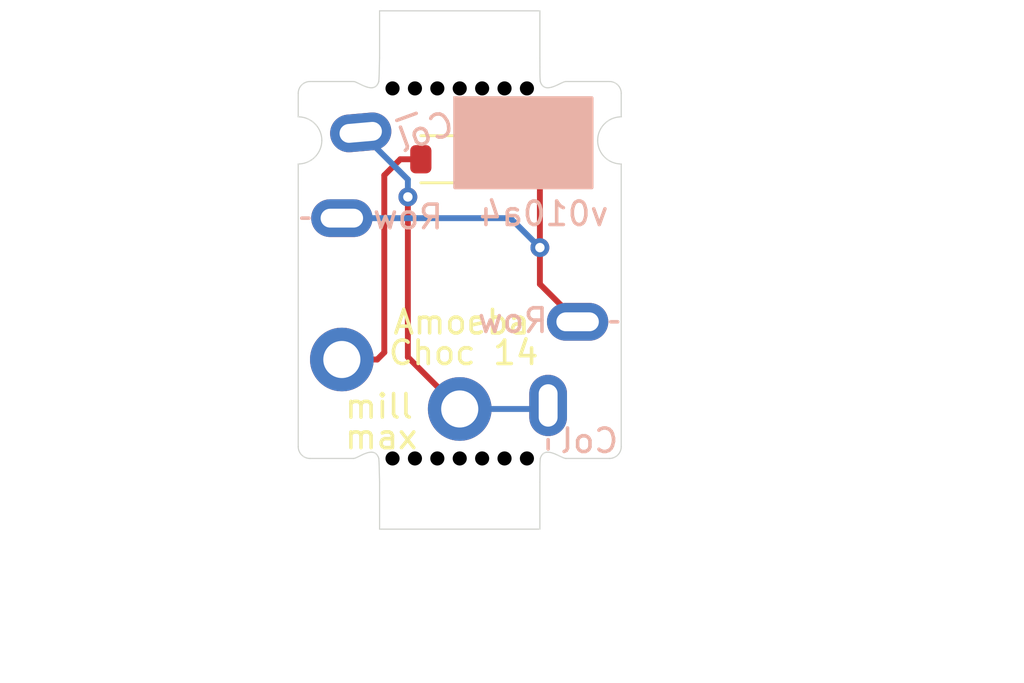
<source format=kicad_pcb>
(kicad_pcb (version 20241229) (generator "pcbnew") (generator_version "9.0")
  (title_block (title "Amoeba Choc 14") (date "2025-06-28") (rev "0.1.0-alpha.4") (comment 1 "and sturdier column walls. ") (comment 2 "allows choc 18 mm or narrower Dactyl column spacing ") (comment 3 "A choc keyboard single-switch Amoeba PCB with Mill-Max hotswap that  "))
  (layers (0 "F.Cu" signal) (2 "B.Cu" signal) (13 "F.Paste" user) (15 "B.Paste" user) (5 "F.SilkS" user "F.Silkscreen") (7 "B.SilkS" user "B.Silkscreen") (1 "F.Mask" user) (3 "B.Mask" user) (25 "Edge.Cuts" user))
  (net 0 "")
  (net 1 "/row")
  (net 2 "Net-(D1-A)")
  (net 3 "/col")
  (footprint "Diode_SMD:D_SOD-123" (layer "F.Cu") (at 130 105.3 180)
    (property "Reference" "D1" (hide yes))
    (property "Value" "1N4148")
    (fp_line (start -2.36 1) (end 1.65 1) (stroke (width 0.12)) (layer "F.SilkS"))
    (fp_line (start -2.36 -1) (end 1.65 -1) (stroke (width 0.12)) (layer "F.SilkS"))
    (fp_line (start -2.36 -1) (end -2.36 1) (stroke (width 0.12)) (layer "F.SilkS"))
    (pad "1" smd roundrect (at -1.65 0 180) (size 0.9 1.2) (layers "F.Cu" "F.Mask" "F.Paste") (net 1 "/row"))
    (pad "2" smd roundrect (at 1.65 0 180) (size 0.9 1.2) (layers "F.Cu" "F.Mask" "F.Paste") (net 2 "Net-(D1-A)"))
  )
  (footprint "Amoeba_Choc_Nar:pg1350-hotswap" (layer "F.Cu") (at 130 110)
    (property "Reference" "SW1" (hide yes))
    (property "Value" "SW_SPST" (hide yes))
    (fp_line (start -6.85 -6.5) (end -6.85 -7.5) (stroke (width 0.05)) (layer "Edge.Cuts"))
    (fp_line (start -6.85 7.5) (end -6.85 -4.5) (stroke (width 0.05)) (layer "Edge.Cuts"))
    (fp_line (start -4.5 -8) (end -6.35 -8) (stroke (width 0.05)) (layer "Edge.Cuts"))
    (fp_line (start -4.5 8) (end -6.35 8) (stroke (width 0.05)) (layer "Edge.Cuts"))
    (fp_line (start 6.35 -8) (end 4.5 -8) (stroke (width 0.05)) (layer "Edge.Cuts"))
    (fp_line (start 6.35 8) (end 4.5 8) (stroke (width 0.05)) (layer "Edge.Cuts"))
    (fp_line (start 6.85 -6.5) (end 6.85 -7.5) (stroke (width 0.05)) (layer "Edge.Cuts"))
    (fp_line (start 6.85 7.5) (end 6.85 -4.5) (stroke (width 0.05)) (layer "Edge.Cuts"))
    (fp_arc (start -6.85 -7.5) (mid -6.703553 -7.853553) (end -6.35 -8) (stroke (width 0.05)) (layer "Edge.Cuts"))
    (fp_arc (start -6.85 -6.5) (mid -6.142893 -6.207107) (end -5.85 -5.5) (stroke (width 0.05)) (layer "Edge.Cuts"))
    (fp_arc (start -6.35 8) (mid -6.703553 7.853553) (end -6.85 7.5) (stroke (width 0.05)) (layer "Edge.Cuts"))
    (fp_arc (start -5.85 -5.5) (mid -6.142893 -4.792893) (end -6.85 -4.5) (stroke (width 0.05)) (layer "Edge.Cuts"))
    (fp_arc (start 5.85 -5.5) (mid 6.142893 -6.207107) (end 6.85 -6.5) (stroke (width 0.05)) (layer "Edge.Cuts"))
    (fp_arc (start 6.35 -8) (mid 6.703553 -7.853553) (end 6.85 -7.5) (stroke (width 0.05)) (layer "Edge.Cuts"))
    (fp_arc (start 6.85 -4.5) (mid 6.142893 -4.792893) (end 5.85 -5.5) (stroke (width 0.05)) (layer "Edge.Cuts"))
    (fp_arc (start 6.85 7.5) (mid 6.703553 7.853553) (end 6.35 8) (stroke (width 0.05)) (layer "Edge.Cuts"))
    (fp_text user "max" (at -4.953 7.6708 0) (layer "F.SilkS") (effects (justify left bottom)))
    (fp_text user "mill" (at -4.953 6.3754 0) (layer "F.SilkS") (effects (justify left bottom)))
    (pad "" np_thru_hole circle (at -5.5 0 180) (size 1.7 1.7) (drill 1.7) (layers "*.Cu" "*.Mask"))
    (pad "" np_thru_hole circle (at 0 0 180) (size 3.4 3.4) (drill 3.4) (layers "*.Cu" "*.Mask"))
    (pad "" np_thru_hole circle (at 5.5 0 180) (size 1.7 1.7) (drill 1.7) (layers "*.Cu" "*.Mask"))
    (pad "1" thru_hole circle (at 0 5.900001 180) (size 2.7 2.7) (drill 1.5748) (layers "*.Cu" "*.Mask") (net 3 "/col"))
    (pad "2" thru_hole circle (at -5 3.8 180) (size 2.7 2.7) (drill 1.5748) (layers "*.Cu" "*.Mask") (net 2 "Net-(D1-A)"))
  )
  (footprint "Amoeba_Choc_Nar:Mouse_Bites" (layer "F.Cu") (at 130 118)
    (property "Reference" "REF**" (hide yes))
    (property "Value" "Mouse_Bites" (hide yes))
    (pad "" np_thru_hole circle (at -2.85 0) (size 0.6 0.6) (drill 0.6) (layers "*.Mask"))
    (pad "" np_thru_hole circle (at -1.9 0) (size 0.6 0.6) (drill 0.6) (layers "*.Mask"))
    (pad "" np_thru_hole circle (at -0.95 0) (size 0.6 0.6) (drill 0.6) (layers "*.Mask"))
    (pad "" np_thru_hole circle (at 0 0) (size 0.6 0.6) (drill 0.6) (layers "*.Mask"))
    (pad "" np_thru_hole circle (at 0.95 0) (size 0.6 0.6) (drill 0.6) (layers "*.Mask"))
    (pad "" np_thru_hole circle (at 1.9 0) (size 0.6 0.6) (drill 0.6) (layers "*.Mask"))
    (pad "" np_thru_hole circle (at 2.85 0) (size 0.6 0.6) (drill 0.6) (layers "*.Mask"))
  )
  (footprint "Amoeba_Choc_Nar:Mouse_Bites" (layer "F.Cu") (at 130 102.292893)
    (property "Reference" "REF**" (hide yes))
    (property "Value" "Mouse_Bites" (hide yes))
    (pad "" np_thru_hole circle (at -2.85 0) (size 0.6 0.6) (drill 0.6) (layers "*.Mask"))
    (pad "" np_thru_hole circle (at -1.9 0) (size 0.6 0.6) (drill 0.6) (layers "*.Mask"))
    (pad "" np_thru_hole circle (at -0.95 0) (size 0.6 0.6) (drill 0.6) (layers "*.Mask"))
    (pad "" np_thru_hole circle (at 0 0) (size 0.6 0.6) (drill 0.6) (layers "*.Mask"))
    (pad "" np_thru_hole circle (at 0.95 0) (size 0.6 0.6) (drill 0.6) (layers "*.Mask"))
    (pad "" np_thru_hole circle (at 1.9 0) (size 0.6 0.6) (drill 0.6) (layers "*.Mask"))
    (pad "" np_thru_hole circle (at 2.85 0) (size 0.6 0.6) (drill 0.6) (layers "*.Mask"))
  )
  (footprint "Amoeba_Choc_Nar:Pin_D0.8mm_L7.0mm" (layer "B.Cu") (at 125.8 104.158824 -85)
    (property "Reference" "J1" (hide yes))
    (property "Value" "Conn_01x01_Pin" (hide yes))
    (fp_text user "Col" (at 0.209815 -2.736257 20) (layer "B.SilkS") (effects (justify mirror)))
    (pad "1" thru_hole oval (at 0 0 275) (size 1.6 2.6) (drill oval 0.8 1.8) (layers "*.Cu" "*.Mask") (net 3 "/col"))
  )
  (footprint "Amoeba_Choc_Nar:Pin_D0.8mm_L7.0mm" (layer "B.Cu") (at 135 112.2 -90)
    (property "Reference" "J4" (hide yes))
    (property "Value" "Conn_01x01_Pin" (hide yes))
    (fp_text user "Row" (at -0.05 2.75 0) (layer "B.SilkS") (effects (justify mirror)))
    (pad "1" thru_hole oval (at 0 0 270) (size 1.6 2.6) (drill oval 0.8 1.8) (layers "*.Cu" "*.Mask") (net 1 "/row"))
  )
  (footprint "Amoeba_Choc_Nar:Pin_D0.8mm_L7.0mm" (layer "B.Cu") (at 125 107.8 -90)
    (property "Reference" "J3" (hide yes))
    (property "Value" "Conn_01x01_Pin" (hide yes))
    (fp_text user "Row" (at -0.05 -2.8 0) (layer "B.SilkS") (effects (justify mirror)))
    (pad "1" thru_hole oval (at 0 0 270) (size 1.6 2.6) (drill oval 0.8 1.8) (layers "*.Cu" "*.Mask") (net 1 "/row"))
  )
  (footprint "Amoeba_Choc_Nar:Pin_D0.8mm_L7.0mm" (layer "B.Cu") (at 133.75 115.75 180)
    (property "Reference" "J2" (hide yes))
    (property "Value" "Conn_01x01_Pin" (hide yes))
    (fp_text user "Col" (at -1.75 -1.5 0) (layer "B.SilkS") (effects (justify mirror)))
    (pad "1" thru_hole oval (at 0 0 180) (size 1.6 2.6) (drill oval 0.8 1.8) (layers "*.Cu" "*.Mask") (net 3 "/col"))
  )
  (gr_line (start 136.4 112.2) (end 136.7 112.2) (stroke (width 0.15)) (layer "B.SilkS"))
  (gr_rect (start 129.8 102.7) (end 135.6 106.5) (stroke (width 0.15)) (fill yes) (layer "B.SilkS"))
  (gr_line (start 133.75 117.2) (end 133.75 117.6) (stroke (width 0.15)) (layer "B.SilkS"))
  (gr_line (start 123.6 107.8) (end 123.3 107.8) (stroke (width 0.15)) (layer "B.SilkS"))
  (gr_line (start 128.153212 103.350367) (end 127.330981 103.649633) (stroke (width 0.15)) (layer "B.SilkS"))
  (gr_curve (pts (xy 125.5 102) (xy 125.683227 102) (xy 126.383227 102.6) (xy 126.566454 102)) (stroke (width 0.05)) (layer "Edge.Cuts"))
  (gr_curve (pts (xy 134.5 102) (xy 134.3 102) (xy 133.6 102.6) (xy 133.416773 102)) (stroke (width 0.05)) (layer "Edge.Cuts"))
  (gr_curve (pts (xy 125.5 118) (xy 125.683227 118) (xy 126.383227 117.4) (xy 126.566454 118)) (stroke (width 0.05)) (layer "Edge.Cuts"))
  (gr_curve (pts (xy 133.416773 118) (xy 133.4 118.2) (xy 133.4 118.3) (xy 133.4 119)) (stroke (width 0.05)) (layer "Edge.Cuts"))
  (gr_curve (pts (xy 134.5 118) (xy 134.3 118) (xy 133.6 117.4) (xy 133.416773 118)) (stroke (width 0.05)) (layer "Edge.Cuts"))
  (gr_line (start 133.4 121) (end 133.4 119) (stroke (width 0.05)) (layer "Edge.Cuts"))
  (gr_line (start 133.4 121) (end 126.6 121) (stroke (width 0.05)) (layer "Edge.Cuts"))
  (gr_line (start 133.4 101) (end 133.4 99) (stroke (width 0.05)) (layer "Edge.Cuts"))
  (gr_line (start 133.4 99) (end 126.6 99) (stroke (width 0.05)) (layer "Edge.Cuts"))
  (gr_line (start 126.6 121) (end 126.6 119) (stroke (width 0.05)) (layer "Edge.Cuts"))
  (gr_curve (pts (xy 133.416773 102) (xy 133.4 101.8) (xy 133.4 101.7) (xy 133.4 101)) (stroke (width 0.05)) (layer "Edge.Cuts"))
  (gr_curve (pts (xy 126.566454 102) (xy 126.583227 101.8) (xy 126.583227 101.7) (xy 126.6 101)) (stroke (width 0.05)) (layer "Edge.Cuts"))
  (gr_curve (pts (xy 126.566454 118) (xy 126.583227 118.2) (xy 126.583227 118.3) (xy 126.6 119)) (stroke (width 0.05)) (layer "Edge.Cuts"))
  (gr_line (start 126.6 101) (end 126.6 99) (stroke (width 0.05)) (layer "Edge.Cuts"))
  (gr_text "Choc 14" (at 126.9 114.1 0) (layer "F.SilkS") (effects (font (size 1 1)) (justify left bottom)))
  (gr_text "Amoeba" (at 127.1 112.8 0) (layer "F.SilkS") (effects (font (size 1 1)) (justify left bottom)))
  (gr_text "v010a4" (at 136.4 108.2 0) (layer "B.SilkS") (effects (font (size 1 1)) (justify left bottom mirror)))
  (segment (start 133.4 109.05) (end 133.4 110.6) (width 0.25) (layer "F.Cu") (net 1))
  (segment (start 132.49 105.3) (end 131.65 105.3) (width 0.25) (layer "F.Cu") (net 1))
  (segment (start 133.4 109.05) (end 133.4 106.21) (width 0.25) (layer "F.Cu") (net 1))
  (segment (start 133.4 106.21) (end 132.49 105.3) (width 0.25) (layer "F.Cu") (net 1))
  (segment (start 133.4 110.6) (end 135 112.2) (width 0.25) (layer "F.Cu") (net 1))
  (via (at 133.4 109.05) (size 0.8) (drill 0.4) (layers "F.Cu" "B.Cu") (net 1))
  (segment (start 133.4 109.05) (end 132.15 107.8) (width 0.25) (layer "B.Cu") (net 1))
  (segment (start 132.15 107.8) (end 125.2 107.8) (width 0.25) (layer "B.Cu") (net 1))
  (segment (start 128.35 105.3) (end 127.48 105.3) (width 0.25) (layer "F.Cu") (net 2))
  (segment (start 126.8 105.98) (end 126.8 113.5) (width 0.25) (layer "F.Cu") (net 2))
  (segment (start 127.48 105.3) (end 126.8 105.98) (width 0.25) (layer "F.Cu") (net 2))
  (segment (start 126.5 113.8) (end 125 113.8) (width 0.25) (layer "F.Cu") (net 2))
  (segment (start 126.8 113.5) (end 126.5 113.8) (width 0.25) (layer "F.Cu") (net 2))
  (segment (start 127.8 113.700001) (end 130 115.900001) (width 0.25) (layer "F.Cu") (net 3))
  (segment (start 127.8 106.9) (end 127.8 113.700001) (width 0.25) (layer "F.Cu") (net 3))
  (via (at 127.8 106.9) (size 0.8) (drill 0.4) (layers "F.Cu" "B.Cu") (net 3))
  (segment (start 127.8 106.9) (end 127.8 106.158824) (width 0.25) (layer "B.Cu") (net 3))
  (segment (start 127.8 106.158824) (end 125.8 104.158824) (width 0.25) (layer "B.Cu") (net 3))
  (segment (start 133.599999 115.900001) (end 130 115.900001) (width 0.25) (layer "B.Cu") (net 3))
  (segment (start 133.75 115.75) (end 133.599999 115.900001) (width 0.25) (layer "B.Cu") (net 3))
)
</source>
